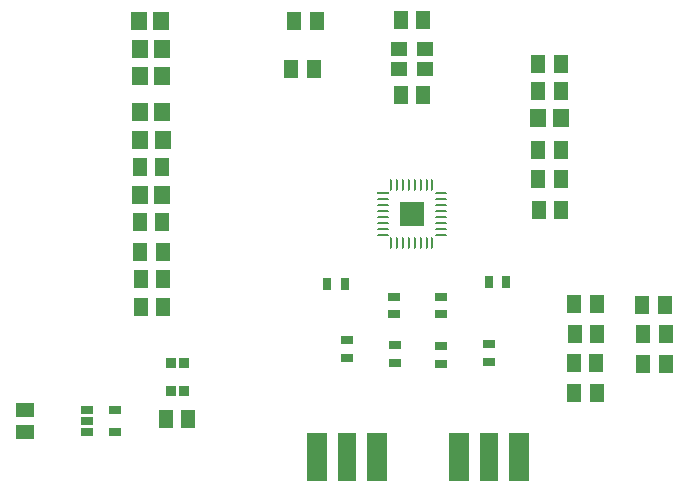
<source format=gtp>
G04*
G04 #@! TF.GenerationSoftware,Altium Limited,Altium Designer,24.5.2 (23)*
G04*
G04 Layer_Color=8421504*
%FSLAX25Y25*%
%MOIN*%
G70*
G04*
G04 #@! TF.SameCoordinates,D8E2250F-7F27-460B-B064-3203462A9BAC*
G04*
G04*
G04 #@! TF.FilePolarity,Positive*
G04*
G01*
G75*
%ADD15R,0.07968X0.07968*%
%ADD16R,0.03937X0.02756*%
%ADD17R,0.05906X0.05118*%
%ADD18R,0.03150X0.04331*%
%ADD19R,0.03465X0.03386*%
%ADD20R,0.05118X0.05906*%
G04:AMPARAMS|DCode=21|XSize=9.55mil|YSize=39.75mil|CornerRadius=4.77mil|HoleSize=0mil|Usage=FLASHONLY|Rotation=0.000|XOffset=0mil|YOffset=0mil|HoleType=Round|Shape=RoundedRectangle|*
%AMROUNDEDRECTD21*
21,1,0.00955,0.03020,0,0,0.0*
21,1,0.00000,0.03975,0,0,0.0*
1,1,0.00955,0.00000,-0.01510*
1,1,0.00955,0.00000,-0.01510*
1,1,0.00955,0.00000,0.01510*
1,1,0.00955,0.00000,0.01510*
%
%ADD21ROUNDEDRECTD21*%
G04:AMPARAMS|DCode=22|XSize=39.75mil|YSize=9.55mil|CornerRadius=4.77mil|HoleSize=0mil|Usage=FLASHONLY|Rotation=0.000|XOffset=0mil|YOffset=0mil|HoleType=Round|Shape=RoundedRectangle|*
%AMROUNDEDRECTD22*
21,1,0.03975,0.00000,0,0,0.0*
21,1,0.03020,0.00955,0,0,0.0*
1,1,0.00955,0.01510,0.00000*
1,1,0.00955,-0.01510,0.00000*
1,1,0.00955,-0.01510,0.00000*
1,1,0.00955,0.01510,0.00000*
%
%ADD22ROUNDEDRECTD22*%
%ADD23R,0.03975X0.00955*%
%ADD24R,0.05315X0.05906*%
%ADD25R,0.04331X0.03150*%
%ADD26R,0.06000X0.16000*%
%ADD27R,0.07000X0.16000*%
%ADD28R,0.05512X0.04724*%
D15*
X172441Y93696D02*
D03*
D16*
X64079Y20866D02*
D03*
Y24606D02*
D03*
Y28346D02*
D03*
X73528Y20866D02*
D03*
Y28346D02*
D03*
D17*
X43607D02*
D03*
Y20866D02*
D03*
D18*
X144291Y70276D02*
D03*
X150197D02*
D03*
X203937Y71063D02*
D03*
X198031D02*
D03*
D19*
X92126Y34646D02*
D03*
X96662D02*
D03*
X92126Y44094D02*
D03*
X96662D02*
D03*
D20*
X249213Y63386D02*
D03*
X256693D02*
D03*
X226378Y43898D02*
D03*
X233858D02*
D03*
X133268Y158071D02*
D03*
X140748D02*
D03*
X132283Y141929D02*
D03*
X139764D02*
D03*
X249606Y53543D02*
D03*
X257087D02*
D03*
X168701Y158268D02*
D03*
X176181D02*
D03*
X89370Y80905D02*
D03*
X81890D02*
D03*
X214567Y143538D02*
D03*
X222047D02*
D03*
X234055Y63583D02*
D03*
X226575D02*
D03*
X249606Y43701D02*
D03*
X257087D02*
D03*
X214764Y94882D02*
D03*
X222244D02*
D03*
X234055Y34055D02*
D03*
X226575D02*
D03*
X226772Y53740D02*
D03*
X234252D02*
D03*
X89567Y71904D02*
D03*
X82087D02*
D03*
X89567Y62795D02*
D03*
X82087D02*
D03*
X90457Y25394D02*
D03*
X97937D02*
D03*
X89173Y91142D02*
D03*
X81693D02*
D03*
Y109252D02*
D03*
X89173D02*
D03*
X214567Y114961D02*
D03*
X222047D02*
D03*
X214567Y105512D02*
D03*
X222047D02*
D03*
X214567Y134537D02*
D03*
X222047D02*
D03*
X176181Y133465D02*
D03*
X168701D02*
D03*
D21*
X179331Y103347D02*
D03*
X173425D02*
D03*
X175394D02*
D03*
X169488D02*
D03*
X171457D02*
D03*
X177362D02*
D03*
X173425Y84045D02*
D03*
X169488D02*
D03*
X171457D02*
D03*
X177362D02*
D03*
X179331D02*
D03*
X175394D02*
D03*
X165551Y103347D02*
D03*
X167520D02*
D03*
Y84045D02*
D03*
X165551D02*
D03*
D22*
X182091Y100586D02*
D03*
Y94680D02*
D03*
Y92712D02*
D03*
Y98617D02*
D03*
Y96649D02*
D03*
Y90743D02*
D03*
Y88775D02*
D03*
Y86806D02*
D03*
X162790Y92712D02*
D03*
Y90743D02*
D03*
Y96649D02*
D03*
Y94680D02*
D03*
Y98617D02*
D03*
Y88775D02*
D03*
Y86806D02*
D03*
D23*
Y100586D02*
D03*
D24*
X88976Y157874D02*
D03*
X81496D02*
D03*
X89173Y127756D02*
D03*
X81693D02*
D03*
X222047Y125536D02*
D03*
X214567D02*
D03*
X89173Y148819D02*
D03*
X81693D02*
D03*
X89173Y139764D02*
D03*
X81693D02*
D03*
X89173Y100143D02*
D03*
X81693D02*
D03*
X81890Y118504D02*
D03*
X89370D02*
D03*
D25*
X166732Y50000D02*
D03*
Y44094D02*
D03*
X182283Y49606D02*
D03*
Y43701D02*
D03*
Y66142D02*
D03*
Y60236D02*
D03*
X198031Y50197D02*
D03*
Y44291D02*
D03*
X166535Y66142D02*
D03*
Y60236D02*
D03*
X150984Y51575D02*
D03*
Y45669D02*
D03*
D26*
X198031Y12795D02*
D03*
X150787Y12598D02*
D03*
D27*
X208032Y12795D02*
D03*
X188031D02*
D03*
X140787Y12598D02*
D03*
X160787D02*
D03*
D28*
X176772Y148622D02*
D03*
Y141929D02*
D03*
X168110Y148622D02*
D03*
Y141929D02*
D03*
M02*

</source>
